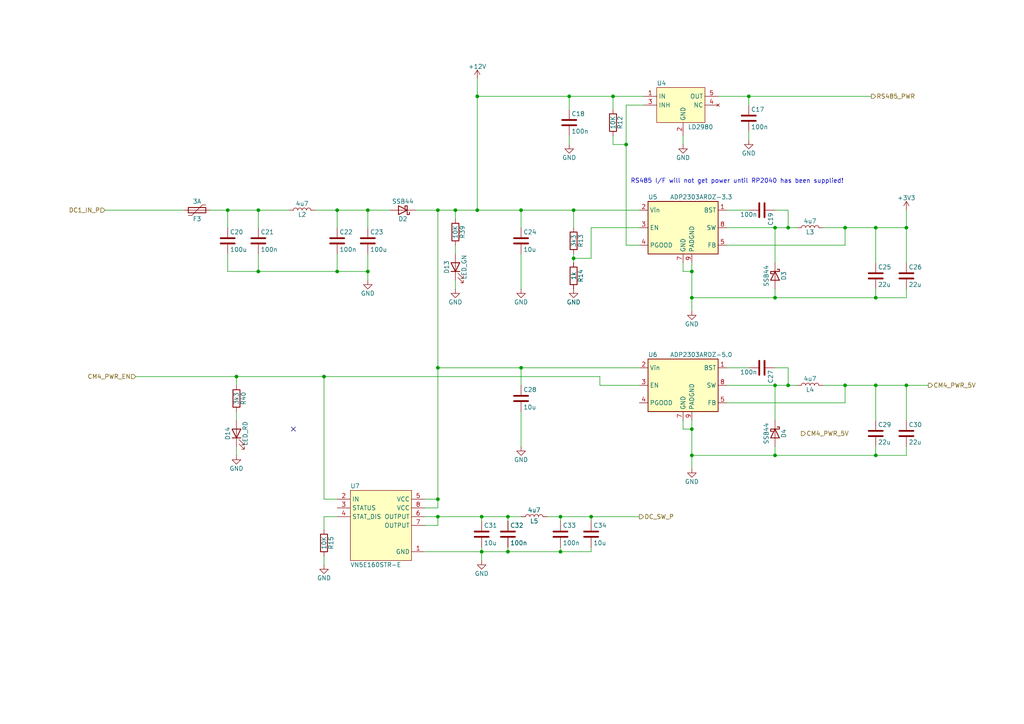
<source format=kicad_sch>
(kicad_sch (version 20211123) (generator eeschema)
  (paper "A4")
  (title_block (title "FlightSimController") (date "2022-12-05") (rev "A") (company "https://github.com/peterheinrich/FlightSimController") (comment 4 "License: CERN-OHL-P v2"))
  (lib_symbols
    (symbol "Device:C" (pin_numbers hide) (pin_names (offset 0.254))
      (property "Reference" "C" (at 0.635 2.54 0))
      (property "Value" "C" (at 0.635 -2.54 0))
      (symbol "C_0_1"
        (polyline (pts (xy -2.032 -0.762) (xy 2.032 -0.762)) (stroke (width 0.508)))
        (polyline (pts (xy -2.032 0.762) (xy 2.032 0.762)) (stroke (width 0.508)))
      )
      (symbol "C_1_1"
        (pin passive line (at 0 3.81 270) (length 2.794) (name "~") (number "1"))
        (pin passive line (at 0 -3.81 90) (length 2.794) (name "~") (number "2"))
      )
    )
    (symbol "Device:D_Schottky" (pin_numbers hide) (pin_names (offset 1.016) hide)
      (property "Reference" "D" (at 0 2.54 0))
      (property "Value" "D_Schottky" (at 0 -2.54 0))
      (symbol "D_Schottky_0_1"
        (polyline (pts (xy 1.27 0) (xy -1.27 0)))
        (polyline (pts (xy 1.27 1.27) (xy 1.27 -1.27) (xy -1.27 0) (xy 1.27 1.27)) (stroke (width 0.254)))
        (polyline (pts (xy -1.905 0.635) (xy -1.905 1.27) (xy -1.27 1.27) (xy -1.27 -1.27) (xy -0.635 -1.27) (xy -0.635 -0.635)) (stroke (width 0.254)))
      )
      (symbol "D_Schottky_1_1"
        (pin passive line (at -3.81 0 0) (length 2.54) (name "K") (number "1"))
        (pin passive line (at 3.81 0 180) (length 2.54) (name "A") (number "2"))
      )
    )
    (symbol "Device:L" (pin_numbers hide) (pin_names (offset 1.016) hide)
      (property "Reference" "L" (at -1.27 0 90))
      (property "Value" "L" (at 1.905 0 90))
      (symbol "L_0_1"
        (arc (start 0 -2.54) (mid 0.635 -1.905) (end 0 -1.27))
        (arc (start 0 -1.27) (mid 0.635 -0.635) (end 0 0))
        (arc (start 0 0) (mid 0.635 0.635) (end 0 1.27))
        (arc (start 0 1.27) (mid 0.635 1.905) (end 0 2.54))
      )
      (symbol "L_1_1"
        (pin passive line (at 0 3.81 270) (length 1.27) (name "1") (number "1"))
        (pin passive line (at 0 -3.81 90) (length 1.27) (name "2") (number "2"))
      )
    )
    (symbol "Device:LED" (pin_numbers hide) (pin_names (offset 1.016) hide)
      (property "Reference" "D" (at 0 2.54 0))
      (property "Value" "LED" (at 0 -2.54 0))
      (symbol "LED_0_1"
        (polyline (pts (xy -1.27 -1.27) (xy -1.27 1.27)) (stroke (width 0.254)))
        (polyline (pts (xy -1.27 0) (xy 1.27 0)))
        (polyline (pts (xy 1.27 -1.27) (xy 1.27 1.27) (xy -1.27 0) (xy 1.27 -1.27)) (stroke (width 0.254)))
        (polyline (pts (xy -3.048 -0.762) (xy -4.572 -2.286) (xy -3.81 -2.286) (xy -4.572 -2.286) (xy -4.572 -1.524)))
        (polyline (pts (xy -1.778 -0.762) (xy -3.302 -2.286) (xy -2.54 -2.286) (xy -3.302 -2.286) (xy -3.302 -1.524)))
      )
      (symbol "LED_1_1"
        (pin passive line (at -3.81 0 0) (length 2.54) (name "K") (number "1"))
        (pin passive line (at 3.81 0 180) (length 2.54) (name "A") (number "2"))
      )
    )
    (symbol "Device:Polyfuse" (pin_numbers hide) (pin_names (offset 0))
      (property "Reference" "F" (at -2.54 0 90))
      (property "Value" "Polyfuse" (at 2.54 0 90))
      (symbol "Polyfuse_0_1"
        (rectangle (start -0.762 2.54) (end 0.762 -2.54) (stroke (width 0.254)))
        (polyline (pts (xy 0 2.54) (xy 0 -2.54)))
        (polyline (pts (xy -1.524 2.54) (xy -1.524 1.524) (xy 1.524 -1.524) (xy 1.524 -2.54)))
      )
      (symbol "Polyfuse_1_1"
        (pin passive line (at 0 3.81 270) (length 1.27) (name "~") (number "1"))
        (pin passive line (at 0 -3.81 90) (length 1.27) (name "~") (number "2"))
      )
    )
    (symbol "Device:R" (pin_numbers hide) (pin_names (offset 0))
      (property "Reference" "R" (at 2.032 0 90))
      (property "Value" "R" (at 0 0 90))
      (symbol "R_0_1"
        (rectangle (start -1.016 -2.54) (end 1.016 2.54) (stroke (width 0.254)))
      )
      (symbol "R_1_1"
        (pin passive line (at 0 3.81 270) (length 1.27) (name "~") (number "1"))
        (pin passive line (at 0 -3.81 90) (length 1.27) (name "~") (number "2"))
      )
    )
    (symbol "LD2980:LD2980"
      (property "Reference" "U" (at 0 1.27 0))
      (property "Value" "LD2980" (at 12.7 -11.43 0))
      (symbol "LD2980_0_1"
        (rectangle (start 0 0) (end 13.97 -10.16) (fill (type background)))
      )
      (symbol "LD2980_1_1"
        (pin power_in line (at -3.81 -2.54 0) (length 3.81) (name "IN") (number "1"))
        (pin power_in line (at 7.62 -13.97 90) (length 3.81) (name "GND") (number "2"))
        (pin input line (at -3.81 -5.08 0) (length 3.81) (name "INH") (number "3"))
        (pin no_connect line (at 17.78 -5.08 180) (length 3.81) (name "NC") (number "4"))
        (pin power_out line (at 17.78 -2.54 180) (length 3.81) (name "OUT") (number "5"))
      )
    )
    (symbol "Regulator_Switching:ADP2303ARDZ-3.3"
      (property "Reference" "U" (at -10.16 8.89 0))
      (property "Value" "ADP2303ARDZ-3.3" (at -3.81 8.89 0))
      (symbol "ADP2303ARDZ-3.3_0_1"
        (rectangle (start -10.16 7.62) (end 10.16 -7.62) (stroke (width 0.254)) (fill (type background)))
      )
      (symbol "ADP2303ARDZ-3.3_1_1"
        (pin input line (at 12.7 5.08 180) (length 2.54) (name "BST") (number "1"))
        (pin power_in line (at -12.7 5.08 0) (length 2.54) (name "Vin") (number "2"))
        (pin input line (at -12.7 0 0) (length 2.54) (name "EN") (number "3"))
        (pin output line (at -12.7 -5.08 0) (length 2.54) (name "PGOOD") (number "4"))
        (pin input line (at 12.7 -5.08 180) (length 2.54) (name "FB") (number "5"))
        (pin no_connect line (at -10.16 2.54 0) (length 2.54) hide (name "NC") (number "6"))
        (pin power_in line (at 0 -10.16 90) (length 2.54) (name "GND") (number "7"))
        (pin power_out line (at 12.7 0 180) (length 2.54) (name "SW") (number "8"))
        (pin power_in line (at 2.54 -10.16 90) (length 2.54) (name "PADGND") (number "9"))
      )
    )
    (symbol "Regulator_Switching:ADP2303ARDZ-5.0"
      (property "Reference" "U" (at -10.16 8.89 0))
      (property "Value" "ADP2303ARDZ-5.0" (at -3.81 8.89 0))
      (symbol "ADP2303ARDZ-5.0_0_1"
        (rectangle (start -10.16 7.62) (end 10.16 -7.62) (stroke (width 0.254)) (fill (type background)))
      )
      (symbol "ADP2303ARDZ-5.0_1_1"
        (pin input line (at 12.7 5.08 180) (length 2.54) (name "BST") (number "1"))
        (pin power_in line (at -12.7 5.08 0) (length 2.54) (name "Vin") (number "2"))
        (pin input line (at -12.7 0 0) (length 2.54) (name "EN") (number "3"))
        (pin output line (at -12.7 -5.08 0) (length 2.54) (name "PGOOD") (number "4"))
        (pin input line (at 12.7 -5.08 180) (length 2.54) (name "FB") (number "5"))
        (pin no_connect line (at -10.16 2.54 0) (length 2.54) hide (name "NC") (number "6"))
        (pin power_in line (at 0 -10.16 90) (length 2.54) (name "GND") (number "7"))
        (pin power_out line (at 12.7 0 180) (length 2.54) (name "SW") (number "8"))
        (pin power_in line (at 2.54 -10.16 90) (length 2.54) (name "PADGND") (number "9"))
      )
    )
    (symbol "VN5E160STR-E:VN5E160STR-E"
      (property "Reference" "U" (at 0 1.27 0))
      (property "Value" "VN5E160STR-E" (at 0 -21.59 0))
      (symbol "VN5E160STR-E_0_1"
        (rectangle (start 0 0) (end 17.78 -20.32) (fill (type background)))
      )
      (symbol "VN5E160STR-E_1_1"
        (pin power_in line (at 21.59 -17.78 180) (length 3.81) (name "GND") (number "1"))
        (pin input line (at -3.81 -2.54 0) (length 3.81) (name "IN") (number "2"))
        (pin output line (at -3.81 -5.08 0) (length 3.81) (name "STATUS") (number "3"))
        (pin input line (at -3.81 -7.62 0) (length 3.81) (name "STAT_DIS") (number "4"))
        (pin power_in line (at 21.59 -2.54 180) (length 3.81) (name "VCC") (number "5"))
        (pin power_out line (at 21.59 -7.62 180) (length 3.81) (name "OUTPUT") (number "6"))
        (pin power_out line (at 21.59 -10.16 180) (length 3.81) (name "OUTPUT") (number "7"))
        (pin power_in line (at 21.59 -5.08 180) (length 3.81) (name "VCC") (number "8"))
      )
    )
    (symbol "power:+12V" (power) (pin_names (offset 0))
      (property "Value" "+12V" (at 0 3.556 0))
      (symbol "+12V_0_1"
        (polyline (pts (xy -0.762 1.27) (xy 0 2.54)))
        (polyline (pts (xy 0 0) (xy 0 2.54)))
        (polyline (pts (xy 0 2.54) (xy 0.762 1.27)))
      )
      (symbol "+12V_1_1"
        (pin power_in line (at 0 0 90) (length 0) hide (name "+12V") (number "1"))
      )
    )
    (symbol "power:+3V3" (power) (pin_names (offset 0))
      (property "Value" "+3V3" (at 0 3.556 0))
      (symbol "+3V3_0_1"
        (polyline (pts (xy -0.762 1.27) (xy 0 2.54)))
        (polyline (pts (xy 0 0) (xy 0 2.54)))
        (polyline (pts (xy 0 2.54) (xy 0.762 1.27)))
      )
      (symbol "+3V3_1_1"
        (pin power_in line (at 0 0 90) (length 0) hide (name "+3V3") (number "1"))
      )
    )
    (symbol "power:GND" (power) (pin_names (offset 0))
      (property "Value" "GND" (at 0 -3.81 0))
      (symbol "GND_0_1"
        (polyline (pts (xy 0 0) (xy 0 -1.27) (xy 1.27 -1.27) (xy 0 -2.54) (xy -1.27 -1.27) (xy 0 -1.27)))
      )
      (symbol "GND_1_1"
        (pin power_in line (at 0 0 270) (length 0) hide (name "GND") (number "1"))
      )
    )
  )
  (junction (at 254 132.08))
  (junction (at 200.66 86.36))
  (junction (at 66.04 60.96))
  (junction (at 254 86.36))
  (junction (at 166.37 74.93))
  (junction (at 74.93 60.96))
  (junction (at 254 111.76))
  (junction (at 132.08 60.96))
  (junction (at 181.61 41.91))
  (junction (at 139.7 160.02))
  (junction (at 200.66 124.46))
  (junction (at 106.68 78.74))
  (junction (at 162.56 149.86))
  (junction (at 68.58 109.22))
  (junction (at 127 149.86))
  (junction (at 151.13 106.68))
  (junction (at 200.66 78.74))
  (junction (at 177.8 27.94))
  (junction (at 245.11 66.04))
  (junction (at 138.43 27.94))
  (junction (at 97.79 78.74))
  (junction (at 224.79 132.08))
  (junction (at 254 66.04))
  (junction (at 127 60.96))
  (junction (at 151.13 60.96))
  (junction (at 139.7 149.86))
  (junction (at 245.11 111.76))
  (junction (at 165.1 27.94))
  (junction (at 93.98 109.22))
  (junction (at 166.37 60.96))
  (junction (at 127 106.68))
  (junction (at 106.68 60.96))
  (junction (at 224.79 86.36))
  (junction (at 200.66 132.08))
  (junction (at 217.17 27.94))
  (junction (at 171.45 149.86))
  (junction (at 138.43 60.96))
  (junction (at 228.6 66.04))
  (junction (at 127 144.78))
  (junction (at 162.56 160.02))
  (junction (at 224.79 111.76))
  (junction (at 97.79 60.96))
  (junction (at 228.6 111.76))
  (junction (at 262.89 111.76))
  (junction (at 147.32 149.86))
  (junction (at 224.79 66.04))
  (junction (at 262.89 66.04))
  (junction (at 74.93 78.74))
  (junction (at 147.32 160.02))
  (no_connect (at 85.09 124.46))
  (wire (pts (xy 254 86.36) (xy 254 83.82)))
  (wire (pts (xy 254 111.76) (xy 262.89 111.76)))
  (wire (pts (xy 262.89 111.76) (xy 262.89 121.92)))
  (wire (pts (xy 198.12 76.2) (xy 198.12 78.74)))
  (wire (pts (xy 127 147.32) (xy 123.19 147.32)))
  (wire (pts (xy 198.12 124.46) (xy 200.66 124.46)))
  (wire (pts (xy 120.65 60.96) (xy 127 60.96)))
  (wire (pts (xy 97.79 144.78) (xy 93.98 144.78)))
  (wire (pts (xy 210.82 116.84) (xy 245.11 116.84)))
  (wire (pts (xy 66.04 78.74) (xy 66.04 73.66)))
  (wire (pts (xy 60.96 60.96) (xy 66.04 60.96)))
  (wire (pts (xy 66.04 60.96) (xy 66.04 66.04)))
  (wire (pts (xy 210.82 111.76) (xy 224.79 111.76)))
  (wire (pts (xy 139.7 158.75) (xy 139.7 160.02)))
  (wire (pts (xy 93.98 109.22) (xy 173.99 109.22)))
  (wire (pts (xy 171.45 74.93) (xy 171.45 66.04)))
  (wire (pts (xy 208.28 27.94) (xy 217.17 27.94)))
  (wire (pts (xy 198.12 78.74) (xy 200.66 78.74)))
  (wire (pts (xy 200.66 132.08) (xy 200.66 135.89)))
  (wire (pts (xy 127 60.96) (xy 132.08 60.96)))
  (wire (pts (xy 162.56 149.86) (xy 171.45 149.86)))
  (wire (pts (xy 200.66 124.46) (xy 200.66 132.08)))
  (wire (pts (xy 127 106.68) (xy 151.13 106.68)))
  (wire (pts (xy 173.99 109.22) (xy 173.99 111.76)))
  (wire (pts (xy 262.89 86.36) (xy 262.89 83.82)))
  (wire (pts (xy 177.8 39.37) (xy 177.8 41.91)))
  (wire (pts (xy 228.6 106.68) (xy 224.79 106.68)))
  (wire (pts (xy 68.58 109.22) (xy 93.98 109.22)))
  (wire (pts (xy 198.12 121.92) (xy 198.12 124.46)))
  (wire (pts (xy 139.7 149.86) (xy 139.7 151.13)))
  (wire (pts (xy 74.93 78.74) (xy 74.93 73.66)))
  (wire (pts (xy 200.66 121.92) (xy 200.66 124.46)))
  (wire (pts (xy 245.11 111.76) (xy 254 111.76)))
  (wire (pts (xy 177.8 41.91) (xy 181.61 41.91)))
  (wire (pts (xy 254 66.04) (xy 262.89 66.04)))
  (wire (pts (xy 66.04 78.74) (xy 74.93 78.74)))
  (wire (pts (xy 147.32 149.86) (xy 147.32 151.13)))
  (wire (pts (xy 139.7 160.02) (xy 147.32 160.02)))
  (wire (pts (xy 132.08 60.96) (xy 138.43 60.96)))
  (wire (pts (xy 224.79 86.36) (xy 254 86.36)))
  (wire (pts (xy 165.1 39.37) (xy 165.1 41.91)))
  (wire (pts (xy 162.56 149.86) (xy 162.56 151.13)))
  (wire (pts (xy 68.58 119.38) (xy 68.58 121.92)))
  (wire (pts (xy 245.11 116.84) (xy 245.11 111.76)))
  (wire (pts (xy 151.13 106.68) (xy 151.13 111.76)))
  (wire (pts (xy 165.1 31.75) (xy 165.1 27.94)))
  (wire (pts (xy 93.98 144.78) (xy 93.98 109.22)))
  (wire (pts (xy 217.17 27.94) (xy 252.73 27.94)))
  (wire (pts (xy 200.66 132.08) (xy 224.79 132.08)))
  (wire (pts (xy 181.61 41.91) (xy 181.61 30.48)))
  (wire (pts (xy 217.17 38.1) (xy 217.17 40.64)))
  (wire (pts (xy 254 132.08) (xy 262.89 132.08)))
  (wire (pts (xy 74.93 60.96) (xy 83.82 60.96)))
  (wire (pts (xy 106.68 78.74) (xy 106.68 73.66)))
  (wire (pts (xy 166.37 74.93) (xy 171.45 74.93)))
  (wire (pts (xy 93.98 161.29) (xy 93.98 163.83)))
  (wire (pts (xy 151.13 73.66) (xy 151.13 83.82)))
  (wire (pts (xy 97.79 78.74) (xy 97.79 73.66)))
  (wire (pts (xy 224.79 132.08) (xy 254 132.08)))
  (wire (pts (xy 165.1 27.94) (xy 177.8 27.94)))
  (wire (pts (xy 139.7 149.86) (xy 147.32 149.86)))
  (wire (pts (xy 200.66 86.36) (xy 200.66 90.17)))
  (wire (pts (xy 185.42 71.12) (xy 181.61 71.12)))
  (wire (pts (xy 147.32 160.02) (xy 162.56 160.02)))
  (wire (pts (xy 210.82 106.68) (xy 217.17 106.68)))
  (wire (pts (xy 254 132.08) (xy 254 129.54)))
  (wire (pts (xy 151.13 60.96) (xy 151.13 66.04)))
  (wire (pts (xy 224.79 111.76) (xy 228.6 111.76)))
  (wire (pts (xy 262.89 132.08) (xy 262.89 129.54)))
  (wire (pts (xy 173.99 111.76) (xy 185.42 111.76)))
  (wire (pts (xy 127 149.86) (xy 127 152.4)))
  (wire (pts (xy 151.13 106.68) (xy 185.42 106.68)))
  (wire (pts (xy 132.08 81.28) (xy 132.08 83.82)))
  (wire (pts (xy 224.79 66.04) (xy 228.6 66.04)))
  (wire (pts (xy 106.68 60.96) (xy 106.68 66.04)))
  (wire (pts (xy 245.11 66.04) (xy 254 66.04)))
  (wire (pts (xy 91.44 60.96) (xy 97.79 60.96)))
  (wire (pts (xy 68.58 129.54) (xy 68.58 132.08)))
  (wire (pts (xy 127 149.86) (xy 139.7 149.86)))
  (wire (pts (xy 127 106.68) (xy 127 144.78)))
  (wire (pts (xy 245.11 66.04) (xy 238.76 66.04)))
  (wire (pts (xy 254 111.76) (xy 254 121.92)))
  (wire (pts (xy 245.11 71.12) (xy 245.11 66.04)))
  (wire (pts (xy 74.93 78.74) (xy 97.79 78.74)))
  (wire (pts (xy 151.13 60.96) (xy 166.37 60.96)))
  (wire (pts (xy 228.6 66.04) (xy 228.6 60.96)))
  (wire (pts (xy 254 86.36) (xy 262.89 86.36)))
  (wire (pts (xy 181.61 30.48) (xy 186.69 30.48)))
  (wire (pts (xy 139.7 160.02) (xy 139.7 162.56)))
  (wire (pts (xy 200.66 86.36) (xy 224.79 86.36)))
  (wire (pts (xy 228.6 111.76) (xy 231.14 111.76)))
  (wire (pts (xy 262.89 60.96) (xy 262.89 66.04)))
  (wire (pts (xy 171.45 149.86) (xy 171.45 151.13)))
  (wire (pts (xy 151.13 119.38) (xy 151.13 129.54)))
  (wire (pts (xy 93.98 149.86) (xy 97.79 149.86)))
  (wire (pts (xy 224.79 132.08) (xy 224.79 129.54)))
  (wire (pts (xy 138.43 60.96) (xy 151.13 60.96)))
  (wire (pts (xy 132.08 60.96) (xy 132.08 63.5)))
  (wire (pts (xy 106.68 78.74) (xy 106.68 81.28)))
  (wire (pts (xy 123.19 152.4) (xy 127 152.4)))
  (wire (pts (xy 200.66 78.74) (xy 200.66 86.36)))
  (wire (pts (xy 97.79 60.96) (xy 97.79 66.04)))
  (wire (pts (xy 162.56 158.75) (xy 162.56 160.02)))
  (wire (pts (xy 132.08 71.12) (xy 132.08 73.66)))
  (wire (pts (xy 254 66.04) (xy 254 76.2)))
  (wire (pts (xy 217.17 27.94) (xy 217.17 30.48)))
  (wire (pts (xy 127 144.78) (xy 127 147.32)))
  (wire (pts (xy 93.98 153.67) (xy 93.98 149.86)))
  (wire (pts (xy 123.19 149.86) (xy 127 149.86)))
  (wire (pts (xy 97.79 78.74) (xy 106.68 78.74)))
  (wire (pts (xy 158.75 149.86) (xy 162.56 149.86)))
  (wire (pts (xy 138.43 27.94) (xy 138.43 60.96)))
  (wire (pts (xy 228.6 66.04) (xy 231.14 66.04)))
  (wire (pts (xy 200.66 76.2) (xy 200.66 78.74)))
  (wire (pts (xy 138.43 22.86) (xy 138.43 27.94)))
  (wire (pts (xy 171.45 66.04) (xy 185.42 66.04)))
  (wire (pts (xy 177.8 27.94) (xy 186.69 27.94)))
  (wire (pts (xy 245.11 111.76) (xy 238.76 111.76)))
  (wire (pts (xy 171.45 160.02) (xy 171.45 158.75)))
  (wire (pts (xy 68.58 109.22) (xy 68.58 111.76)))
  (wire (pts (xy 224.79 86.36) (xy 224.79 83.82)))
  (wire (pts (xy 39.37 109.22) (xy 68.58 109.22)))
  (wire (pts (xy 97.79 60.96) (xy 106.68 60.96)))
  (wire (pts (xy 166.37 74.93) (xy 166.37 76.2)))
  (wire (pts (xy 262.89 66.04) (xy 262.89 76.2)))
  (wire (pts (xy 123.19 160.02) (xy 139.7 160.02)))
  (wire (pts (xy 177.8 27.94) (xy 177.8 31.75)))
  (wire (pts (xy 198.12 39.37) (xy 198.12 41.91)))
  (wire (pts (xy 66.04 60.96) (xy 74.93 60.96)))
  (wire (pts (xy 262.89 111.76) (xy 269.24 111.76)))
  (wire (pts (xy 74.93 60.96) (xy 74.93 66.04)))
  (wire (pts (xy 224.79 66.04) (xy 224.79 76.2)))
  (wire (pts (xy 147.32 158.75) (xy 147.32 160.02)))
  (wire (pts (xy 210.82 71.12) (xy 245.11 71.12)))
  (wire (pts (xy 228.6 111.76) (xy 228.6 106.68)))
  (wire (pts (xy 123.19 144.78) (xy 127 144.78)))
  (wire (pts (xy 127 60.96) (xy 127 106.68)))
  (wire (pts (xy 162.56 160.02) (xy 171.45 160.02)))
  (wire (pts (xy 138.43 27.94) (xy 165.1 27.94)))
  (wire (pts (xy 224.79 111.76) (xy 224.79 121.92)))
  (wire (pts (xy 228.6 60.96) (xy 224.79 60.96)))
  (wire (pts (xy 166.37 73.66) (xy 166.37 74.93)))
  (wire (pts (xy 166.37 60.96) (xy 185.42 60.96)))
  (wire (pts (xy 171.45 149.86) (xy 185.42 149.86)))
  (wire (pts (xy 166.37 66.04) (xy 166.37 60.96)))
  (wire (pts (xy 106.68 60.96) (xy 113.03 60.96)))
  (wire (pts (xy 210.82 66.04) (xy 224.79 66.04)))
  (wire (pts (xy 30.48 60.96) (xy 53.34 60.96)))
  (wire (pts (xy 210.82 60.96) (xy 217.17 60.96)))
  (wire (pts (xy 181.61 71.12) (xy 181.61 41.91)))
  (wire (pts (xy 147.32 149.86) (xy 151.13 149.86)))
  (text "RS485 I/F will not get power until RP2040 has been supplied!" (at 182.88 53.34 0) (effects (font (size 1.27 1.27)) (justify left bottom)))
  (hierarchical_label "CM4_PWR_5V" (shape output) (at 269.24 111.76 0))
  (hierarchical_label "CM4_PWR_EN" (shape input) (at 39.37 109.22 180))
  (hierarchical_label "CM4_PWR_5V" (shape output) (at 232.41 125.73 0))
  (hierarchical_label "RS485_PWR" (shape output) (at 252.73 27.94 0))
  (hierarchical_label "DC_SW_P" (shape output) (at 185.42 149.86 0))
  (hierarchical_label "DC1_IN_P" (shape input) (at 30.48 60.96 180))
  (symbol (lib_id "Device:C") (at 165.1 35.56 0) (unit 1)
    (property "Reference" "C18" (at 165.735 33.02 0) (effects (justify left)))
    (property "Value" "100n" (at 165.735 38.1 0) (effects (justify left)))
    (property "Footprint" "Capacitor_SMD:C_0603_1608Metric_Pad1.08x0.95mm_HandSolder" (effects hide))
    (property "MPN" "C0603C104K4RACTU" (effects hide))
    (property "ON_FARNELL" "1414610" (effects hide))
  )
  (symbol (lib_id "Device:C") (at 220.98 106.68 270) (unit 1)
    (property "Reference" "C27" (at 223.52 107.315 0) (effects (justify left)))
    (property "Value" "100n" (at 214.63 107.95 90) (effects (justify left)))
    (property "Footprint" "Capacitor_SMD:C_0603_1608Metric_Pad1.08x0.95mm_HandSolder" (effects hide))
    (property "MPN" "C0603C104K4RACTU" (effects hide))
    (property "ON_FARNELL" "1414610" (effects hide))
  )
  (symbol (lib_id "power:GND") (at 165.1 41.91 0) (unit 1)
    (property "Reference" "#PWR044" (effects hide))
    (property "Value" "GND" (at 165.1 45.72 0))
  )
  (symbol (lib_id "Regulator_Switching:ADP2303ARDZ-3.3") (at 198.12 66.04 0) (unit 1)
    (property "Reference" "U5" (at 187.96 57.15 0) (effects (justify left)))
    (property "Value" "ADP2303ARDZ-3.3" (at 194.31 57.15 0) (effects (justify left)))
    (property "Footprint" "Package_SO:SOIC-8-1EP_3.9x4.9mm_P1.27mm_EP2.29x3mm_ThermalVias" (effects hide))
    (property "MPN" "ADP2303ARDZ-3.3-R7" (effects hide))
    (property "ON_FARNELL" "4028954" (effects hide))
  )
  (symbol (lib_id "Device:D_Schottky") (at 224.79 80.01 270) (unit 1)
    (property "Reference" "D3" (at 227.33 80.01 0))
    (property "Value" "SSB44" (at 222.25 80.01 0))
    (property "Footprint" "Diode_SMD:D_SMB" (effects hide))
    (property "MPN" "SSB44-E3/52T" (effects hide))
    (property "ON_FARNELL" "1336557" (effects hide))
  )
  (symbol (lib_id "Device:C") (at 147.32 154.94 0) (unit 1)
    (property "Reference" "C32" (at 147.955 152.4 0) (effects (justify left)))
    (property "Value" "100n" (at 147.955 157.48 0) (effects (justify left)))
    (property "Footprint" "Capacitor_SMD:C_0603_1608Metric_Pad1.08x0.95mm_HandSolder" (effects hide))
    (property "MPN" "C0603C104K4RACTU" (effects hide))
    (property "ON_FARNELL" "1414610" (effects hide))
  )
  (symbol (lib_id "Device:L") (at 87.63 60.96 90) (unit 1)
    (property "Reference" "L2" (at 87.63 62.23 90))
    (property "Value" "4u7" (at 87.63 59.055 90))
    (property "Footprint" "Inductor_SMD:L_Vishay_IHLP-2020" (effects hide))
    (property "MPN" "IHLP2020BZER4R7M01" (effects hide))
    (property "ON_FARNELL" "1698010" (effects hide))
  )
  (symbol (lib_id "Device:R") (at 93.98 157.48 0) (unit 1)
    (property "Reference" "R15" (at 96.012 157.48 90))
    (property "Value" "10K" (at 93.98 157.48 90))
    (property "Footprint" "Resistor_SMD:R_0603_1608Metric_Pad0.98x0.95mm_HandSolder" (effects hide))
    (property "MPN" "RC0603FR-0710KL" (effects hide))
    (property "ON_FARNELL" "9238603" (effects hide))
  )
  (symbol (lib_id "power:GND") (at 151.13 129.54 0) (unit 1)
    (property "Reference" "#PWR051" (effects hide))
    (property "Value" "GND" (at 151.13 133.35 0))
  )
  (symbol (lib_id "Device:C") (at 151.13 69.85 0) (unit 1)
    (property "Reference" "C24" (at 151.765 67.31 0) (effects (justify left)))
    (property "Value" "10u" (at 151.765 72.39 0) (effects (justify left)))
    (property "Footprint" "Capacitor_SMD:C_0805_2012Metric_Pad1.18x1.45mm_HandSolder" (effects hide))
    (property "MPN" "GRM21BR61C106KE15L" (effects hide))
    (property "ON_FARNELL" "1762635" (effects hide))
  )
  (symbol (lib_id "Device:C") (at 254 80.01 0) (unit 1)
    (property "Reference" "C25" (at 254.635 77.47 0) (effects (justify left)))
    (property "Value" "22u" (at 254.635 82.55 0) (effects (justify left)))
    (property "Footprint" "Capacitor_SMD:C_0805_2012Metric_Pad1.18x1.45mm_HandSolder" (effects hide))
    (property "MPN" "GRM21BR61E226ME44L" (effects hide))
    (property "ON_FARNELL" "1907510" (effects hide))
  )
  (symbol (lib_id "power:GND") (at 217.17 40.64 0) (unit 1)
    (property "Reference" "#PWR043" (effects hide))
    (property "Value" "GND" (at 217.17 44.45 0))
  )
  (symbol (lib_id "power:GND") (at 68.58 132.08 0) (unit 1)
    (property "Reference" "#PWR079" (effects hide))
    (property "Value" "GND" (at 68.58 135.89 0))
  )
  (symbol (lib_id "power:GND") (at 200.66 135.89 0) (unit 1)
    (property "Reference" "#PWR052" (effects hide))
    (property "Value" "GND" (at 200.66 139.7 0))
  )
  (symbol (lib_id "Device:R") (at 177.8 35.56 0) (unit 1)
    (property "Reference" "R12" (at 179.832 35.56 90))
    (property "Value" "10K" (at 177.8 35.56 90))
    (property "Footprint" "Resistor_SMD:R_0603_1608Metric_Pad0.98x0.95mm_HandSolder" (effects hide))
    (property "MPN" "RC0603FR-0710KL" (effects hide))
    (property "ON_FARNELL" "9238603" (effects hide))
  )
  (symbol (lib_id "Device:C") (at 151.13 115.57 0) (unit 1)
    (property "Reference" "C28" (at 151.765 113.03 0) (effects (justify left)))
    (property "Value" "10u" (at 151.765 118.11 0) (effects (justify left)))
    (property "Footprint" "Capacitor_SMD:C_0805_2012Metric_Pad1.18x1.45mm_HandSolder" (effects hide))
    (property "MPN" "GRM21BR61C106KE15L" (effects hide))
    (property "ON_FARNELL" "1762635" (effects hide))
  )
  (symbol (lib_id "power:GND") (at 200.66 90.17 0) (unit 1)
    (property "Reference" "#PWR050" (effects hide))
    (property "Value" "GND" (at 200.66 93.98 0))
  )
  (symbol (lib_id "Device:L") (at 234.95 111.76 90) (unit 1)
    (property "Reference" "L4" (at 234.95 113.03 90))
    (property "Value" "4u7" (at 234.95 109.855 90))
    (property "Footprint" "Inductor_SMD:L_Vishay_IHLP-2020" (effects hide))
    (property "MPN" "IHLP2020BZER4R7M01" (effects hide))
    (property "ON_FARNELL" "1698010" (effects hide))
  )
  (symbol (lib_id "Device:D_Schottky") (at 116.84 60.96 180) (unit 1)
    (property "Reference" "D2" (at 116.84 63.5 0))
    (property "Value" "SSB44" (at 116.84 58.42 0))
    (property "Footprint" "Diode_SMD:D_SMB" (effects hide))
    (property "MPN" "SSB44-E3/52T" (effects hide))
    (property "ON_FARNELL" "1336557" (effects hide))
  )
  (symbol (lib_id "Device:C") (at 220.98 60.96 270) (unit 1)
    (property "Reference" "C19" (at 223.52 61.595 0) (effects (justify left)))
    (property "Value" "100n" (at 214.63 62.23 90) (effects (justify left)))
    (property "Footprint" "Capacitor_SMD:C_0603_1608Metric_Pad1.08x0.95mm_HandSolder" (effects hide))
    (property "MPN" "C0603C104K4RACTU" (effects hide))
    (property "ON_FARNELL" "1414610" (effects hide))
  )
  (symbol (lib_id "Device:C") (at 97.79 69.85 0) (unit 1)
    (property "Reference" "C22" (at 98.425 67.31 0) (effects (justify left)))
    (property "Value" "100n" (at 98.425 72.39 0) (effects (justify left)))
    (property "Footprint" "Capacitor_SMD:C_0603_1608Metric_Pad1.08x0.95mm_HandSolder" (effects hide))
    (property "MPN" "C0603C104K4RACTU" (effects hide))
    (property "ON_FARNELL" "1414610" (effects hide))
  )
  (symbol (lib_id "Device:L") (at 154.94 149.86 90) (unit 1)
    (property "Reference" "L5" (at 154.94 151.13 90))
    (property "Value" "4u7" (at 154.94 147.955 90))
    (property "Footprint" "Inductor_SMD:L_Vishay_IHLP-2020" (effects hide))
    (property "MPN" "IHLP2020BZER4R7M01" (effects hide))
    (property "ON_FARNELL" "1698010" (effects hide))
  )
  (symbol (lib_id "power:GND") (at 106.68 81.28 0) (unit 1)
    (property "Reference" "#PWR047" (effects hide))
    (property "Value" "GND" (at 106.68 85.09 0))
  )
  (symbol (lib_id "Device:R") (at 68.58 115.57 0) (unit 1)
    (property "Reference" "R40" (at 70.612 115.57 90))
    (property "Value" "3k3" (at 68.58 115.57 90))
    (property "Footprint" "Resistor_SMD:R_0603_1608Metric_Pad0.98x0.95mm_HandSolder" (effects hide))
    (property "MPN" "RC0603FR-073K3L" (effects hide))
    (property "ON_FARNELL" "9238549" (effects hide))
  )
  (symbol (lib_id "Device:C") (at 139.7 154.94 0) (unit 1)
    (property "Reference" "C31" (at 140.335 152.4 0) (effects (justify left)))
    (property "Value" "10u" (at 140.335 157.48 0) (effects (justify left)))
    (property "Footprint" "Capacitor_SMD:C_0805_2012Metric_Pad1.18x1.45mm_HandSolder" (effects hide))
    (property "MPN" "GRM21BR61C106KE15L" (effects hide))
    (property "ON_FARNELL" "1762635" (effects hide))
  )
  (symbol (lib_id "Device:C") (at 162.56 154.94 0) (unit 1)
    (property "Reference" "C33" (at 163.195 152.4 0) (effects (justify left)))
    (property "Value" "100n" (at 163.195 157.48 0) (effects (justify left)))
    (property "Footprint" "Capacitor_SMD:C_0603_1608Metric_Pad1.08x0.95mm_HandSolder" (effects hide))
    (property "MPN" "C0603C104K4RACTU" (effects hide))
    (property "ON_FARNELL" "1414610" (effects hide))
  )
  (symbol (lib_id "power:GND") (at 166.37 83.82 0) (unit 1)
    (property "Reference" "#PWR049" (effects hide))
    (property "Value" "GND" (at 166.37 87.63 0))
  )
  (symbol (lib_id "VN5E160STR-E:VN5E160STR-E") (at 101.6 142.24 0) (unit 1)
    (property "Reference" "U7" (at 101.6 140.97 0) (effects (justify left)))
    (property "Value" "VN5E160STR-E" (at 101.6 163.83 0) (effects (justify left)))
    (property "Footprint" "Package_SO:SOIC-8_3.9x4.9mm_P1.27mm" (effects hide))
    (property "MPN" "VN5E160STR-E" (effects hide))
    (property "ON_FARNELL" "2807044" (effects hide))
  )
  (symbol (lib_id "Device:C") (at 217.17 34.29 0) (unit 1)
    (property "Reference" "C17" (at 217.805 31.75 0) (effects (justify left)))
    (property "Value" "100n" (at 217.805 36.83 0) (effects (justify left)))
    (property "Footprint" "Capacitor_SMD:C_0603_1608Metric_Pad1.08x0.95mm_HandSolder" (effects hide))
    (property "MPN" "C0603C104K4RACTU" (effects hide))
    (property "ON_FARNELL" "1414610" (effects hide))
  )
  (symbol (lib_id "LD2980:LD2980") (at 190.5 25.4 0) (unit 1)
    (property "Reference" "U4" (at 190.5 24.13 0) (effects (justify left)))
    (property "Value" "LD2980" (at 203.2 36.83 0))
    (property "Footprint" "Package_TO_SOT_SMD:SOT-23-5_HandSoldering" (effects hide))
    (property "MPN" "LD2980ABM50TR" (effects hide))
    (property "ON_FARNELL" "2849778" (effects hide))
  )
  (symbol (lib_id "Device:R") (at 132.08 67.31 0) (unit 1)
    (property "Reference" "R39" (at 134.112 67.31 90))
    (property "Value" "10K" (at 132.08 67.31 90))
    (property "Footprint" "Resistor_SMD:R_0603_1608Metric_Pad0.98x0.95mm_HandSolder" (effects hide))
    (property "MPN" "RC0603FR-0710KL" (effects hide))
    (property "ON_FARNELL" "9238603" (effects hide))
  )
  (symbol (lib_id "power:GND") (at 198.12 41.91 0) (unit 1)
    (property "Reference" "#PWR045" (effects hide))
    (property "Value" "GND" (at 198.12 45.72 0))
  )
  (symbol (lib_id "Device:Polyfuse") (at 57.15 60.96 90) (unit 1)
    (property "Reference" "F3" (at 57.15 63.5 90))
    (property "Value" "3A" (at 57.15 58.42 90))
    (property "Footprint" "Fuse:Fuse_1210_3225Metric_Pad1.42x2.65mm_HandSolder" (effects hide))
    (property "MPN" "SF-1206S300-2" (effects hide))
    (property "ON_FARNELL" "1652164" (effects hide))
  )
  (symbol (lib_id "Device:C") (at 262.89 80.01 0) (unit 1)
    (property "Reference" "C26" (at 263.525 77.47 0) (effects (justify left)))
    (property "Value" "22u" (at 263.525 82.55 0) (effects (justify left)))
    (property "Footprint" "Capacitor_SMD:C_0805_2012Metric_Pad1.18x1.45mm_HandSolder" (effects hide))
    (property "MPN" "GRM21BR61E226ME44L" (effects hide))
    (property "ON_FARNELL" "1907510" (effects hide))
  )
  (symbol (lib_id "Device:L") (at 234.95 66.04 90) (unit 1)
    (property "Reference" "L3" (at 234.95 67.31 90))
    (property "Value" "4u7" (at 234.95 64.135 90))
    (property "Footprint" "Inductor_SMD:L_Vishay_IHLP-2020" (effects hide))
    (property "MPN" "IHLP2020BZER4R7M01" (effects hide))
    (property "ON_FARNELL" "1698010" (effects hide))
  )
  (symbol (lib_id "power:GND") (at 139.7 162.56 0) (unit 1)
    (property "Reference" "#PWR053" (effects hide))
    (property "Value" "GND" (at 139.7 166.37 0))
  )
  (symbol (lib_id "power:+12V") (at 138.43 22.86 0) (unit 1)
    (property "Reference" "#PWR042" (effects hide))
    (property "Value" "+12V" (at 138.43 19.304 0))
  )
  (symbol (lib_id "Regulator_Switching:ADP2303ARDZ-5.0") (at 198.12 111.76 0) (unit 1)
    (property "Reference" "U6" (at 187.96 102.87 0) (effects (justify left)))
    (property "Value" "ADP2303ARDZ-5.0" (at 194.31 102.87 0) (effects (justify left)))
    (property "Footprint" "Package_SO:SOIC-8-1EP_3.9x4.9mm_P1.27mm_EP2.29x3mm_ThermalVias" (effects hide))
    (property "MPN" "ADP2303ARDZ-5.0-R7" (effects hide))
    (property "ON_FARNELL" "4028955" (effects hide))
  )
  (symbol (lib_id "power:+3V3") (at 262.89 60.96 0) (unit 1)
    (property "Reference" "#PWR046" (effects hide))
    (property "Value" "+3V3" (at 262.89 57.404 0))
  )
  (symbol (lib_id "Device:D_Schottky") (at 224.79 125.73 270) (unit 1)
    (property "Reference" "D4" (at 227.33 125.73 0))
    (property "Value" "SSB44" (at 222.25 125.73 0))
    (property "Footprint" "Diode_SMD:D_SMB" (effects hide))
    (property "MPN" "SSB44-E3/52T" (effects hide))
    (property "ON_FARNELL" "1336557" (effects hide))
  )
  (symbol (lib_id "Device:C") (at 262.89 125.73 0) (unit 1)
    (property "Reference" "C30" (at 263.525 123.19 0) (effects (justify left)))
    (property "Value" "22u" (at 263.525 128.27 0) (effects (justify left)))
    (property "Footprint" "Capacitor_SMD:C_0805_2012Metric_Pad1.18x1.45mm_HandSolder" (effects hide))
    (property "MPN" "GRM21BR61E226ME44L" (effects hide))
    (property "ON_FARNELL" "1907510" (effects hide))
  )
  (symbol (lib_id "Device:LED") (at 132.08 77.47 90) (unit 1)
    (property "Reference" "D13" (at 129.54 77.47 0))
    (property "Value" "LED_GN" (at 134.62 77.47 0))
    (property "Footprint" "LED_SMD:LED_0805_2012Metric_Pad1.15x1.40mm_HandSolder" (effects hide))
    (property "MPN" "MP008279" (effects hide))
    (property "ON_FARNELL" "3796308" (effects hide))
  )
  (symbol (lib_id "Device:R") (at 166.37 80.01 0) (unit 1)
    (property "Reference" "R14" (at 168.402 80.01 90))
    (property "Value" "1k" (at 166.37 80.01 90))
    (property "Footprint" "Resistor_SMD:R_0603_1608Metric_Pad0.98x0.95mm_HandSolder" (effects hide))
    (property "MPN" "RC0603FR-071KP" (effects hide))
    (property "ON_FARNELL" "3951497" (effects hide))
  )
  (symbol (lib_id "Device:C") (at 171.45 154.94 0) (unit 1)
    (property "Reference" "C34" (at 172.085 152.4 0) (effects (justify left)))
    (property "Value" "10u" (at 172.085 157.48 0) (effects (justify left)))
    (property "Footprint" "Capacitor_SMD:C_0805_2012Metric_Pad1.18x1.45mm_HandSolder" (effects hide))
    (property "MPN" "GRM21BR61C106KE15L" (effects hide))
    (property "ON_FARNELL" "1762635" (effects hide))
  )
  (symbol (lib_id "Device:R") (at 166.37 69.85 0) (unit 1)
    (property "Reference" "R13" (at 168.402 69.85 90))
    (property "Value" "3k3" (at 166.37 69.85 90))
    (property "Footprint" "Resistor_SMD:R_0603_1608Metric_Pad0.98x0.95mm_HandSolder" (effects hide))
    (property "MPN" "RC0603FR-073K3L" (effects hide))
    (property "ON_FARNELL" "9238549" (effects hide))
  )
  (symbol (lib_id "power:GND") (at 93.98 163.83 0) (unit 1)
    (property "Reference" "#PWR054" (effects hide))
    (property "Value" "GND" (at 93.98 167.64 0))
  )
  (symbol (lib_id "Device:C") (at 66.04 69.85 0) (unit 1)
    (property "Reference" "C20" (at 66.675 67.31 0) (effects (justify left)))
    (property "Value" "100u" (at 66.675 72.39 0) (effects (justify left)))
    (property "Footprint" "Capacitor_SMD:C_1210_3225Metric" (effects hide))
    (property "MPN" "EMK325ABJ107MM-T" (effects hide))
    (property "ON_FARNELL" "2309033" (effects hide))
  )
  (symbol (lib_id "Device:LED") (at 68.58 125.73 90) (unit 1)
    (property "Reference" "D14" (at 66.04 125.73 0))
    (property "Value" "LED_RD" (at 71.12 125.73 0))
    (property "Footprint" "LED_SMD:LED_0805_2012Metric_Pad1.15x1.40mm_HandSolder" (effects hide))
    (property "MPN" "MP008293" (effects hide))
    (property "ON_FARNELL" "3796325" (effects hide))
  )
  (symbol (lib_id "Device:C") (at 74.93 69.85 0) (unit 1)
    (property "Reference" "C21" (at 75.565 67.31 0) (effects (justify left)))
    (property "Value" "100n" (at 75.565 72.39 0) (effects (justify left)))
    (property "Footprint" "Capacitor_SMD:C_0603_1608Metric_Pad1.08x0.95mm_HandSolder" (effects hide))
    (property "MPN" "C0603C104K4RACTU" (effects hide))
    (property "ON_FARNELL" "1414610" (effects hide))
  )
  (symbol (lib_id "Device:C") (at 254 125.73 0) (unit 1)
    (property "Reference" "C29" (at 254.635 123.19 0) (effects (justify left)))
    (property "Value" "22u" (at 254.635 128.27 0) (effects (justify left)))
    (property "Footprint" "Capacitor_SMD:C_0805_2012Metric_Pad1.18x1.45mm_HandSolder" (effects hide))
    (property "MPN" "GRM21BR61E226ME44L" (effects hide))
    (property "ON_FARNELL" "1907510" (effects hide))
  )
  (symbol (lib_id "power:GND") (at 151.13 83.82 0) (unit 1)
    (property "Reference" "#PWR048" (effects hide))
    (property "Value" "GND" (at 151.13 87.63 0))
  )
  (symbol (lib_id "Device:C") (at 106.68 69.85 0) (unit 1)
    (property "Reference" "C23" (at 107.315 67.31 0) (effects (justify left)))
    (property "Value" "100u" (at 107.315 72.39 0) (effects (justify left)))
    (property "Footprint" "Capacitor_SMD:C_1210_3225Metric" (effects hide))
    (property "MPN" "EMK325ABJ107MM-T" (effects hide))
    (property "ON_FARNELL" "2309033" (effects hide))
  )
  (symbol (lib_id "power:GND") (at 132.08 83.82 0) (unit 1)
    (property "Reference" "#PWR078" (effects hide))
    (property "Value" "GND" (at 132.08 87.63 0))
  )
)
</source>
